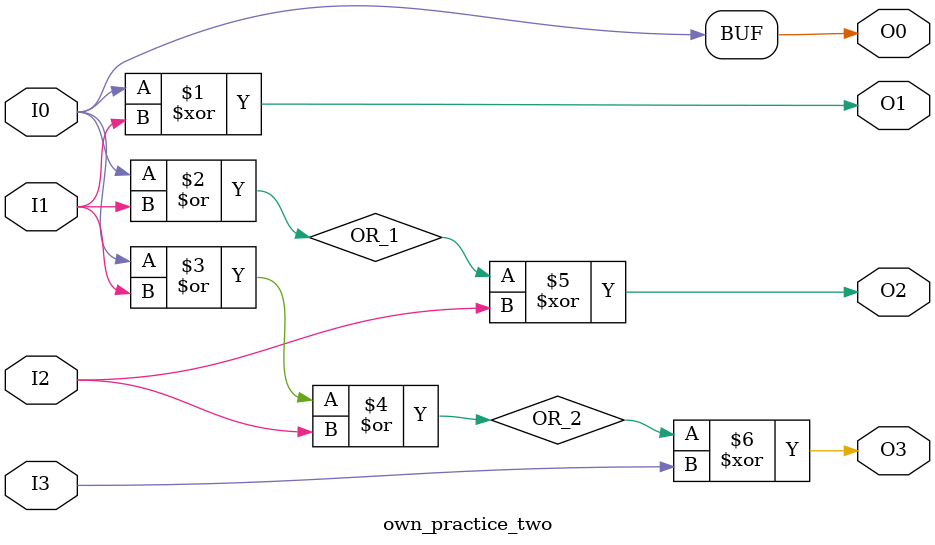
<source format=v>
module own_practice_two (I0, I1, I2, I3, O0, O1, O2, O3);

input I0, I1, I2, I3;
output O0, O1, O2, O3;
wire OR_1, OR_2;

assign O0 = I0;
xor (O1, I0, I1);
or (OR_1, I0, I1);
or (OR_2, I0, I1, I2);
xor (O2, OR_1, I2);
xor (O3, OR_2, I3);

endmodule // own_practice_two

</source>
